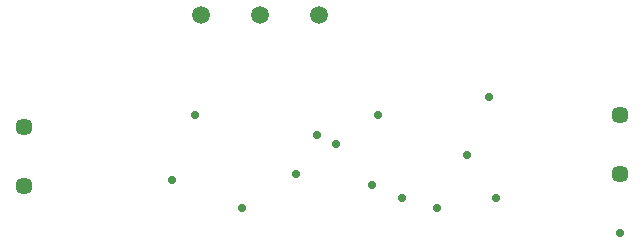
<source format=gbr>
%TF.GenerationSoftware,Altium Limited,Altium Designer,21.9.2 (33)*%
G04 Layer_Color=0*
%FSLAX45Y45*%
%MOMM*%
%TF.SameCoordinates,3A202319-6B33-44FA-9F29-9E3F009970D1*%
%TF.FilePolarity,Positive*%
%TF.FileFunction,Plated,1,2,PTH,Drill*%
%TF.Part,Single*%
G01*
G75*
%TA.AperFunction,ComponentDrill*%
%ADD31C,1.50000*%
%ADD32C,1.45000*%
%TA.AperFunction,ViaDrill,NotFilled*%
%ADD33C,0.70000*%
D31*
X3250000Y1900000D02*
D03*
X2750000D02*
D03*
X2250000D02*
D03*
D32*
X5800000Y550000D02*
D03*
Y1050000D02*
D03*
X750000Y950000D02*
D03*
Y450000D02*
D03*
D33*
X4250000Y260000D02*
D03*
X3389998Y806813D02*
D03*
X3230867Y882851D02*
D03*
X4690000Y1200000D02*
D03*
X5800000Y50000D02*
D03*
X2600000Y260000D02*
D03*
X4500000Y710000D02*
D03*
X3700000Y460000D02*
D03*
X3750000Y1050000D02*
D03*
X3050000Y550000D02*
D03*
X3950000Y350000D02*
D03*
X4750000D02*
D03*
X2200000Y1050000D02*
D03*
X2000000Y500000D02*
D03*
%TF.MD5,3b952167f325908230b0afda7285a964*%
M02*

</source>
